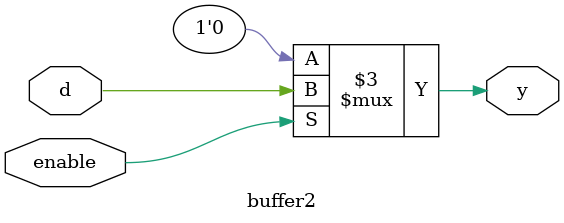
<source format=v>
module buffer2(input d,enable,output reg y);
initial
 begin
if(enable)
y=d;
else 
y=0;
end
endmodule

</source>
